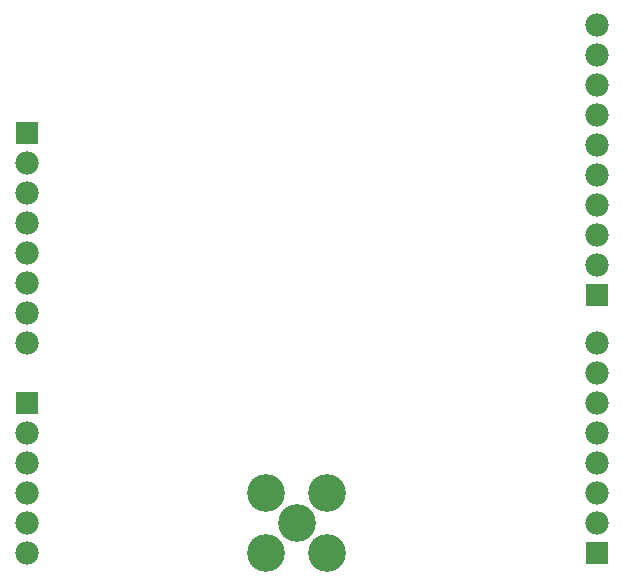
<source format=gbs>
G04*
G04 #@! TF.GenerationSoftware,Altium Limited,Altium Designer,18.1.9 (240)*
G04*
G04 Layer_Color=16711935*
%FSLAX25Y25*%
%MOIN*%
G70*
G01*
G75*
%ADD19C,0.07800*%
%ADD20R,0.07800X0.07800*%
%ADD21C,0.12611*%
D19*
X0Y10000D02*
D03*
Y30000D02*
D03*
Y0D02*
D03*
Y20000D02*
D03*
Y40000D02*
D03*
Y80000D02*
D03*
Y100000D02*
D03*
Y120000D02*
D03*
Y70000D02*
D03*
Y90000D02*
D03*
Y110000D02*
D03*
Y130000D02*
D03*
X190000Y95984D02*
D03*
Y115984D02*
D03*
Y135984D02*
D03*
Y155984D02*
D03*
Y175984D02*
D03*
Y105984D02*
D03*
Y125984D02*
D03*
Y145984D02*
D03*
Y165984D02*
D03*
Y60000D02*
D03*
Y40000D02*
D03*
Y20000D02*
D03*
Y70000D02*
D03*
Y50000D02*
D03*
Y30000D02*
D03*
Y10000D02*
D03*
D20*
X0Y50000D02*
D03*
Y140000D02*
D03*
X190000Y85984D02*
D03*
Y0D02*
D03*
D21*
X100039Y20039D02*
D03*
X90000Y10000D02*
D03*
X79961Y20039D02*
D03*
Y-39D02*
D03*
X100039D02*
D03*
M02*

</source>
